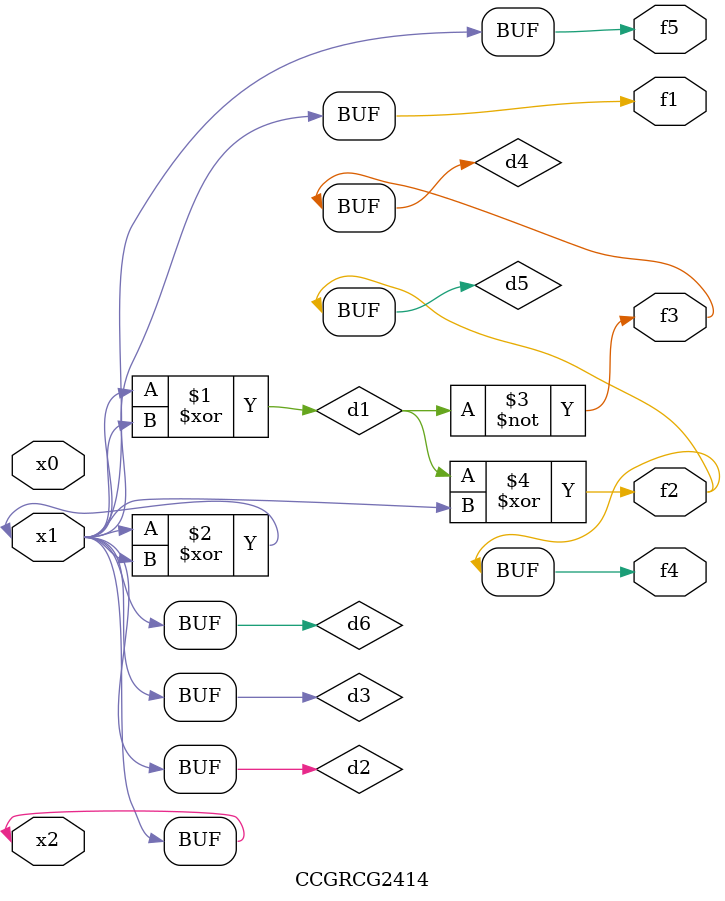
<source format=v>
module CCGRCG2414(
	input x0, x1, x2,
	output f1, f2, f3, f4, f5
);

	wire d1, d2, d3, d4, d5, d6;

	xor (d1, x1, x2);
	buf (d2, x1, x2);
	xor (d3, x1, x2);
	nor (d4, d1);
	xor (d5, d1, d2);
	buf (d6, d2, d3);
	assign f1 = d6;
	assign f2 = d5;
	assign f3 = d4;
	assign f4 = d5;
	assign f5 = d6;
endmodule

</source>
